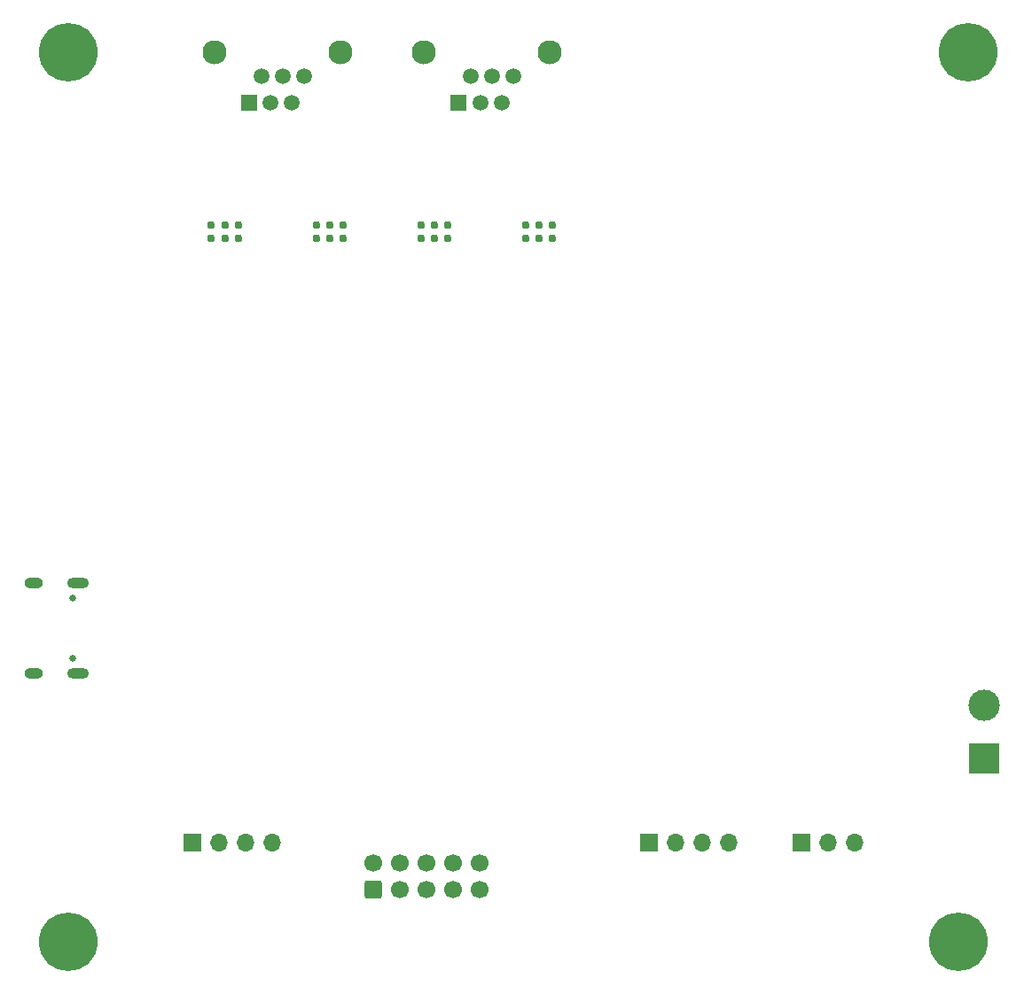
<source format=gbs>
G04 #@! TF.GenerationSoftware,KiCad,Pcbnew,8.0.1*
G04 #@! TF.CreationDate,2024-08-03T12:43:22+02:00*
G04 #@! TF.ProjectId,stepper_controller_v2,73746570-7065-4725-9f63-6f6e74726f6c,rev?*
G04 #@! TF.SameCoordinates,Original*
G04 #@! TF.FileFunction,Soldermask,Bot*
G04 #@! TF.FilePolarity,Negative*
%FSLAX46Y46*%
G04 Gerber Fmt 4.6, Leading zero omitted, Abs format (unit mm)*
G04 Created by KiCad (PCBNEW 8.0.1) date 2024-08-03 12:43:22*
%MOMM*%
%LPD*%
G01*
G04 APERTURE LIST*
G04 Aperture macros list*
%AMRoundRect*
0 Rectangle with rounded corners*
0 $1 Rounding radius*
0 $2 $3 $4 $5 $6 $7 $8 $9 X,Y pos of 4 corners*
0 Add a 4 corners polygon primitive as box body*
4,1,4,$2,$3,$4,$5,$6,$7,$8,$9,$2,$3,0*
0 Add four circle primitives for the rounded corners*
1,1,$1+$1,$2,$3*
1,1,$1+$1,$4,$5*
1,1,$1+$1,$6,$7*
1,1,$1+$1,$8,$9*
0 Add four rect primitives between the rounded corners*
20,1,$1+$1,$2,$3,$4,$5,0*
20,1,$1+$1,$4,$5,$6,$7,0*
20,1,$1+$1,$6,$7,$8,$9,0*
20,1,$1+$1,$8,$9,$2,$3,0*%
G04 Aperture macros list end*
%ADD10C,2.300000*%
%ADD11R,1.520000X1.520000*%
%ADD12C,1.520000*%
%ADD13C,0.770000*%
%ADD14R,1.700000X1.700000*%
%ADD15O,1.700000X1.700000*%
%ADD16RoundRect,0.250000X0.600000X-0.600000X0.600000X0.600000X-0.600000X0.600000X-0.600000X-0.600000X0*%
%ADD17C,1.700000*%
%ADD18C,5.600000*%
%ADD19R,3.000000X3.000000*%
%ADD20C,3.000000*%
%ADD21C,0.650000*%
%ADD22O,2.100000X1.000000*%
%ADD23O,1.800000X1.000000*%
G04 APERTURE END LIST*
D10*
X146000000Y-50000000D03*
X134000000Y-50000000D03*
D11*
X137325000Y-54840000D03*
D12*
X138470000Y-52300000D03*
X139365000Y-54840000D03*
X140510000Y-52300000D03*
X141405000Y-54840000D03*
X142550000Y-52300000D03*
D13*
X143700000Y-67775000D03*
X145000000Y-67775000D03*
X146300000Y-67775000D03*
X143700000Y-66475000D03*
X145000000Y-66475000D03*
X146300000Y-66475000D03*
X163700000Y-67775000D03*
X165000000Y-67775000D03*
X166300000Y-67775000D03*
X163700000Y-66475000D03*
X165000000Y-66475000D03*
X166300000Y-66475000D03*
D14*
X190055000Y-125500000D03*
D15*
X192595000Y-125500000D03*
X195135000Y-125500000D03*
D16*
X149130000Y-130000000D03*
D17*
X149130000Y-127460000D03*
X151670000Y-130000000D03*
X151670000Y-127460000D03*
X154210000Y-130000000D03*
X154210000Y-127460000D03*
X156750000Y-130000000D03*
X156750000Y-127460000D03*
X159290000Y-130000000D03*
X159290000Y-127460000D03*
D13*
X133700000Y-67775000D03*
X135000000Y-67775000D03*
X136300000Y-67775000D03*
X133700000Y-66475000D03*
X135000000Y-66475000D03*
X136300000Y-66475000D03*
D18*
X206000000Y-50000000D03*
X120000000Y-50000000D03*
D19*
X207500000Y-117500000D03*
D20*
X207500000Y-112420000D03*
D14*
X175500000Y-125500000D03*
D15*
X178040000Y-125500000D03*
X180580000Y-125500000D03*
X183120000Y-125500000D03*
D18*
X120000000Y-135000000D03*
D10*
X166000000Y-50000000D03*
X154000000Y-50000000D03*
D11*
X157325000Y-54840000D03*
D12*
X158470000Y-52300000D03*
X159365000Y-54840000D03*
X160510000Y-52300000D03*
X161405000Y-54840000D03*
X162550000Y-52300000D03*
D21*
X120425000Y-102110000D03*
X120425000Y-107890000D03*
D22*
X120925000Y-100680000D03*
D23*
X116745000Y-100680000D03*
D22*
X120925000Y-109320000D03*
D23*
X116745000Y-109320000D03*
D13*
X153700000Y-67775000D03*
X155000000Y-67775000D03*
X156300000Y-67775000D03*
X153700000Y-66475000D03*
X155000000Y-66475000D03*
X156300000Y-66475000D03*
D14*
X131880000Y-125500000D03*
D15*
X134420000Y-125500000D03*
X136960000Y-125500000D03*
X139500000Y-125500000D03*
D18*
X205000000Y-135000000D03*
M02*

</source>
